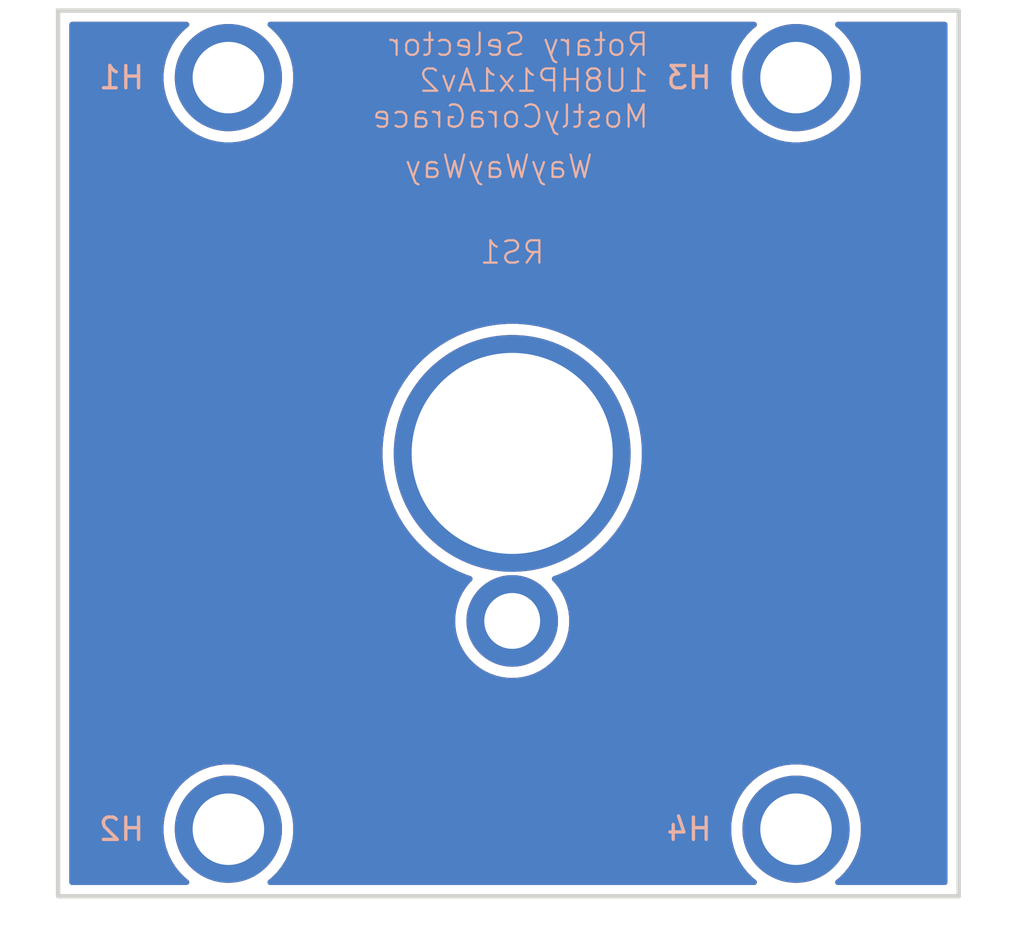
<source format=kicad_pcb>
(kicad_pcb (version 20241229) (generator "pcbnew") (generator_version "9.0")
  (layers (0 "F.Cu" signal) (2 "B.Cu" signal) (13 "F.Paste" user) (15 "B.Paste" user) (5 "F.SilkS" user "F.Silkscreen") (7 "B.SilkS" user "B.Silkscreen") (1 "F.Mask" user) (3 "B.Mask" user) (25 "Edge.Cuts" user))
  (net 0 "")
  (footprint "EXC:MountingHole_3.2mm_M3" (layer "F.Cu") (at 7.62 39.075)
    (property "Reference" "H2" (at -3.683 0 0) (layer "B.SilkS") (effects (justify left mirror)))
    (property "Value" "Eurorack_M3_MountingHole")
    (pad "" thru_hole circle (at 0 0) (size 4.8 4.8) (drill 3.2) (layers "*.Cu" "*.Mask"))
  )
  (footprint "EXC:MountingHole_3.2mm_M3" (layer "F.Cu") (at 7.62 5.425)
    (property "Reference" "H1" (at -3.683 0 0) (layer "B.SilkS") (effects (justify left mirror)))
    (property "Value" "Eurorack_M3_MountingHole")
    (pad "" thru_hole circle (at 0 0) (size 4.8 4.8) (drill 3.2) (layers "*.Cu" "*.Mask"))
  )
  (footprint "EXC:MountingHole_3.2mm_M3" (layer "F.Cu") (at 33.02 39.075)
    (property "Reference" "H4" (at -3.683 0 0) (layer "B.SilkS") (effects (justify left mirror)))
    (property "Value" "Eurorack_M3_MountingHole")
    (pad "" thru_hole circle (at 0 0) (size 4.8 4.8) (drill 3.2) (layers "*.Cu" "*.Mask"))
  )
  (footprint "EXC:MountingHole_3.2mm_M3" (layer "F.Cu") (at 33.02 5.425)
    (property "Reference" "H3" (at -3.683 0 0) (layer "B.SilkS") (effects (justify left mirror)))
    (property "Value" "Eurorack_M3_MountingHole")
    (pad "" thru_hole circle (at 0 0) (size 4.8 4.8) (drill 3.2) (layers "*.Cu" "*.Mask"))
  )
  (footprint "EXC:Rotary_Selector_Panel_Mount_M9" (layer "F.Cu") (at 20.32 22.25)
    (property "Reference" "RS1" (at 0 -9 0) (layer "B.SilkS") (effects (font (thickness 0.1)) (justify mirror)))
    (property "Value" "8-way Rotary Selector")
    (pad "" thru_hole circle (at 0 0) (size 10.6 10.6) (drill 9) (layers "*.Cu" "*.Mask"))
    (pad "" thru_hole circle (at 0 7.5) (size 4.1 4.1) (drill 2.5) (layers "*.Cu" "*.Mask"))
  )
  (gr_rect (start 0 2.425) (end 40.3 42.075) (stroke (width 0.2)) (fill no) (layer "Edge.Cuts"))
  (gr_text "WayWayWay" (at 24 10 0) (layer "B.SilkS") (effects (font (size 1 1) (thickness 0.1)) (justify left bottom mirror)))
  (gr_text "Rotary Selector\n1U8HP1x1Av2\nMostlyCoraGrace" (at 26.5 7.75 0) (layer "B.SilkS") (effects (font (size 1 1) (thickness 0.1)) (justify left bottom mirror)))
  (zone (net 0) (net_name "") (layers "F.Cu" "B.Cu") (connect_pads (clearance 0.5)) (min_thickness 0.25) (fill yes (thermal_gap 0.5) (thermal_bridge_width 0.5) (island_removal_mode 1) (island_area_min 10))
    (polygon (pts (xy 0 2.425) (xy 40.3 2.425) (xy 40.3 42.075) (xy 0 42.075)))
  )
)
</source>
